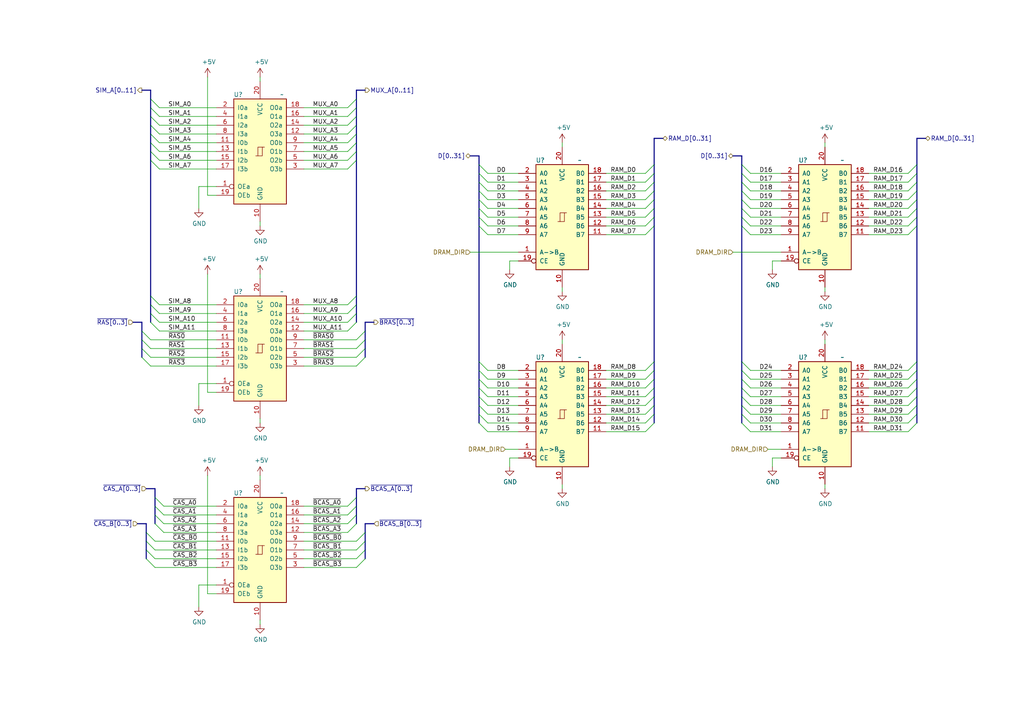
<source format=kicad_sch>
(kicad_sch (version 20211123) (generator eeschema)
  (paper "A4")
  (lib_symbols
    (symbol "74xx:74LS241" (pin_names (offset 1.016))
      (property "Reference" "U" (at -7.62 16.51 0))
      (property "Value" "74LS241" (at -7.62 -16.51 0))
      (symbol "74LS241_1_0"
        (polyline (pts (xy -0.635 -1.27) (xy -0.635 1.27) (xy 0.635 1.27)))
        (polyline (pts (xy -1.27 -1.27) (xy 0.635 -1.27) (xy 0.635 1.27) (xy 1.27 1.27)))
        (pin input inverted (at -12.7 -10.16 0) (length 5.08) (name "OEa") (number "1"))
        (pin power_in line (at 0 -20.32 90) (length 5.08) (name "GND") (number "10"))
        (pin input line (at -12.7 2.54 0) (length 5.08) (name "I0b") (number "11"))
        (pin tri_state line (at 12.7 5.08 180) (length 5.08) (name "O3a") (number "12"))
        (pin input line (at -12.7 0 0) (length 5.08) (name "I1b") (number "13"))
        (pin tri_state line (at 12.7 7.62 180) (length 5.08) (name "O2a") (number "14"))
        (pin input line (at -12.7 -2.54 0) (length 5.08) (name "I2b") (number "15"))
        (pin tri_state line (at 12.7 10.16 180) (length 5.08) (name "O1a") (number "16"))
        (pin input line (at -12.7 -5.08 0) (length 5.08) (name "I3b") (number "17"))
        (pin tri_state line (at 12.7 12.7 180) (length 5.08) (name "O0a") (number "18"))
        (pin input line (at -12.7 -12.7 0) (length 5.08) (name "OEb") (number "19"))
        (pin input line (at -12.7 12.7 0) (length 5.08) (name "I0a") (number "2"))
        (pin power_in line (at 0 20.32 270) (length 5.08) (name "VCC") (number "20"))
        (pin tri_state line (at 12.7 -5.08 180) (length 5.08) (name "O3b") (number "3"))
        (pin input line (at -12.7 10.16 0) (length 5.08) (name "I1a") (number "4"))
        (pin tri_state line (at 12.7 -2.54 180) (length 5.08) (name "O2b") (number "5"))
        (pin input line (at -12.7 7.62 0) (length 5.08) (name "I2a") (number "6"))
        (pin tri_state line (at 12.7 0 180) (length 5.08) (name "O1b") (number "7"))
        (pin input line (at -12.7 5.08 0) (length 5.08) (name "I3a") (number "8"))
        (pin tri_state line (at 12.7 2.54 180) (length 5.08) (name "O0b") (number "9"))
      )
      (symbol "74LS241_1_1"
        (rectangle (start -7.62 15.24) (end 7.62 -15.24) (stroke (width 0.254)) (fill (type background)))
      )
    )
    (symbol "74xx:74LS245" (pin_names (offset 1.016))
      (property "Reference" "U" (at -7.62 16.51 0))
      (property "Value" "74LS245" (at -7.62 -16.51 0))
      (symbol "74LS245_1_0"
        (polyline (pts (xy -0.635 -1.27) (xy -0.635 1.27) (xy 0.635 1.27)))
        (polyline (pts (xy -1.27 -1.27) (xy 0.635 -1.27) (xy 0.635 1.27) (xy 1.27 1.27)))
        (pin input line (at -12.7 -10.16 0) (length 5.08) (name "A->B") (number "1"))
        (pin power_in line (at 0 -20.32 90) (length 5.08) (name "GND") (number "10"))
        (pin tri_state line (at 12.7 -5.08 180) (length 5.08) (name "B7") (number "11"))
        (pin tri_state line (at 12.7 -2.54 180) (length 5.08) (name "B6") (number "12"))
        (pin tri_state line (at 12.7 0 180) (length 5.08) (name "B5") (number "13"))
        (pin tri_state line (at 12.7 2.54 180) (length 5.08) (name "B4") (number "14"))
        (pin tri_state line (at 12.7 5.08 180) (length 5.08) (name "B3") (number "15"))
        (pin tri_state line (at 12.7 7.62 180) (length 5.08) (name "B2") (number "16"))
        (pin tri_state line (at 12.7 10.16 180) (length 5.08) (name "B1") (number "17"))
        (pin tri_state line (at 12.7 12.7 180) (length 5.08) (name "B0") (number "18"))
        (pin input inverted (at -12.7 -12.7 0) (length 5.08) (name "CE") (number "19"))
        (pin tri_state line (at -12.7 12.7 0) (length 5.08) (name "A0") (number "2"))
        (pin power_in line (at 0 20.32 270) (length 5.08) (name "VCC") (number "20"))
        (pin tri_state line (at -12.7 10.16 0) (length 5.08) (name "A1") (number "3"))
        (pin tri_state line (at -12.7 7.62 0) (length 5.08) (name "A2") (number "4"))
        (pin tri_state line (at -12.7 5.08 0) (length 5.08) (name "A3") (number "5"))
        (pin tri_state line (at -12.7 2.54 0) (length 5.08) (name "A4") (number "6"))
        (pin tri_state line (at -12.7 0 0) (length 5.08) (name "A5") (number "7"))
        (pin tri_state line (at -12.7 -2.54 0) (length 5.08) (name "A6") (number "8"))
        (pin tri_state line (at -12.7 -5.08 0) (length 5.08) (name "A7") (number "9"))
      )
      (symbol "74LS245_1_1"
        (rectangle (start -7.62 15.24) (end 7.62 -15.24) (stroke (width 0.254)) (fill (type background)))
      )
    )
    (symbol "power:+5V" (power) (pin_names (offset 0))
      (property "Value" "+5V" (at 0 3.556 0))
      (symbol "+5V_0_1"
        (polyline (pts (xy -0.762 1.27) (xy 0 2.54)))
        (polyline (pts (xy 0 0) (xy 0 2.54)))
        (polyline (pts (xy 0 2.54) (xy 0.762 1.27)))
      )
      (symbol "+5V_1_1"
        (pin power_in line (at 0 0 90) (length 0) hide (name "+5V") (number "1"))
      )
    )
    (symbol "power:GND" (power) (pin_names (offset 0))
      (property "Value" "GND" (at 0 -3.81 0))
      (symbol "GND_0_1"
        (polyline (pts (xy 0 0) (xy 0 -1.27) (xy 1.27 -1.27) (xy 0 -2.54) (xy -1.27 -1.27) (xy 0 -1.27)))
      )
      (symbol "GND_1_1"
        (pin power_in line (at 0 0 270) (length 0) hide (name "GND") (number "1"))
      )
    )
  )
  (bus_entry (at 138.938 112.522) (size 2.54 2.54))
  (bus_entry (at 189.738 57.912) (size -2.54 2.54))
  (bus_entry (at 265.938 55.372) (size -2.54 2.54))
  (bus_entry (at 215.138 122.682) (size 2.54 2.54))
  (bus_entry (at 103.378 31.242) (size -2.54 2.54))
  (bus_entry (at 41.148 96.012) (size 2.54 2.54))
  (bus_entry (at 103.378 41.402) (size -2.54 2.54))
  (bus_entry (at 103.378 149.352) (size -2.54 2.54))
  (bus_entry (at 189.738 62.992) (size -2.54 2.54))
  (bus_entry (at 215.138 107.442) (size 2.54 2.54))
  (bus_entry (at 105.918 98.552) (size -2.54 2.54))
  (bus_entry (at 215.138 104.902) (size 2.54 2.54))
  (bus_entry (at 105.918 96.012) (size -2.54 2.54))
  (bus_entry (at 265.938 115.062) (size -2.54 2.54))
  (bus_entry (at 43.688 90.932) (size 2.54 2.54))
  (bus_entry (at 265.938 47.752) (size -2.54 2.54))
  (bus_entry (at 215.138 57.912) (size 2.54 2.54))
  (bus_entry (at 265.938 52.832) (size -2.54 2.54))
  (bus_entry (at 189.738 117.602) (size -2.54 2.54))
  (bus_entry (at 103.378 88.392) (size -2.54 2.54))
  (bus_entry (at 138.938 50.292) (size 2.54 2.54))
  (bus_entry (at 103.378 46.482) (size -2.54 2.54))
  (bus_entry (at 105.918 156.972) (size -2.54 2.54))
  (bus_entry (at 138.938 60.452) (size 2.54 2.54))
  (bus_entry (at 43.688 88.392) (size 2.54 2.54))
  (bus_entry (at 215.138 47.752) (size 2.54 2.54))
  (bus_entry (at 189.738 50.292) (size -2.54 2.54))
  (bus_entry (at 215.138 65.532) (size 2.54 2.54))
  (bus_entry (at 44.958 149.352) (size 2.54 2.54))
  (bus_entry (at 189.738 47.752) (size -2.54 2.54))
  (bus_entry (at 103.378 93.472) (size -2.54 2.54))
  (bus_entry (at 105.918 159.512) (size -2.54 2.54))
  (bus_entry (at 44.958 146.812) (size 2.54 2.54))
  (bus_entry (at 103.378 33.782) (size -2.54 2.54))
  (bus_entry (at 43.688 38.862) (size 2.54 2.54))
  (bus_entry (at 265.938 60.452) (size -2.54 2.54))
  (bus_entry (at 138.938 47.752) (size 2.54 2.54))
  (bus_entry (at 138.938 107.442) (size 2.54 2.54))
  (bus_entry (at 43.688 85.852) (size 2.54 2.54))
  (bus_entry (at 105.918 154.432) (size -2.54 2.54))
  (bus_entry (at 138.938 62.992) (size 2.54 2.54))
  (bus_entry (at 138.938 120.142) (size 2.54 2.54))
  (bus_entry (at 189.738 120.142) (size -2.54 2.54))
  (bus_entry (at 265.938 65.532) (size -2.54 2.54))
  (bus_entry (at 215.138 117.602) (size 2.54 2.54))
  (bus_entry (at 41.148 103.632) (size 2.54 2.54))
  (bus_entry (at 189.738 55.372) (size -2.54 2.54))
  (bus_entry (at 103.378 146.812) (size -2.54 2.54))
  (bus_entry (at 138.938 65.532) (size 2.54 2.54))
  (bus_entry (at 138.938 55.372) (size 2.54 2.54))
  (bus_entry (at 43.688 28.702) (size 2.54 2.54))
  (bus_entry (at 42.418 156.972) (size 2.54 2.54))
  (bus_entry (at 42.418 154.432) (size 2.54 2.54))
  (bus_entry (at 215.138 50.292) (size 2.54 2.54))
  (bus_entry (at 103.378 151.892) (size -2.54 2.54))
  (bus_entry (at 43.688 93.472) (size 2.54 2.54))
  (bus_entry (at 138.938 104.902) (size 2.54 2.54))
  (bus_entry (at 189.738 109.982) (size -2.54 2.54))
  (bus_entry (at 44.958 151.892) (size 2.54 2.54))
  (bus_entry (at 43.688 46.482) (size 2.54 2.54))
  (bus_entry (at 103.378 90.932) (size -2.54 2.54))
  (bus_entry (at 265.938 62.992) (size -2.54 2.54))
  (bus_entry (at 138.938 109.982) (size 2.54 2.54))
  (bus_entry (at 265.938 112.522) (size -2.54 2.54))
  (bus_entry (at 189.738 60.452) (size -2.54 2.54))
  (bus_entry (at 189.738 65.532) (size -2.54 2.54))
  (bus_entry (at 103.378 28.702) (size -2.54 2.54))
  (bus_entry (at 103.378 38.862) (size -2.54 2.54))
  (bus_entry (at 265.938 104.902) (size -2.54 2.54))
  (bus_entry (at 43.688 33.782) (size 2.54 2.54))
  (bus_entry (at 105.918 162.052) (size -2.54 2.54))
  (bus_entry (at 215.138 112.522) (size 2.54 2.54))
  (bus_entry (at 265.938 122.682) (size -2.54 2.54))
  (bus_entry (at 138.938 52.832) (size 2.54 2.54))
  (bus_entry (at 265.938 50.292) (size -2.54 2.54))
  (bus_entry (at 43.688 31.242) (size 2.54 2.54))
  (bus_entry (at 189.738 52.832) (size -2.54 2.54))
  (bus_entry (at 41.148 101.092) (size 2.54 2.54))
  (bus_entry (at 42.418 159.512) (size 2.54 2.54))
  (bus_entry (at 189.738 107.442) (size -2.54 2.54))
  (bus_entry (at 215.138 55.372) (size 2.54 2.54))
  (bus_entry (at 43.688 36.322) (size 2.54 2.54))
  (bus_entry (at 103.378 144.272) (size -2.54 2.54))
  (bus_entry (at 215.138 60.452) (size 2.54 2.54))
  (bus_entry (at 42.418 162.052) (size 2.54 2.54))
  (bus_entry (at 265.938 120.142) (size -2.54 2.54))
  (bus_entry (at 105.918 101.092) (size -2.54 2.54))
  (bus_entry (at 265.938 117.602) (size -2.54 2.54))
  (bus_entry (at 105.918 103.632) (size -2.54 2.54))
  (bus_entry (at 215.138 109.982) (size 2.54 2.54))
  (bus_entry (at 189.738 115.062) (size -2.54 2.54))
  (bus_entry (at 43.688 43.942) (size 2.54 2.54))
  (bus_entry (at 265.938 107.442) (size -2.54 2.54))
  (bus_entry (at 189.738 112.522) (size -2.54 2.54))
  (bus_entry (at 215.138 52.832) (size 2.54 2.54))
  (bus_entry (at 103.378 36.322) (size -2.54 2.54))
  (bus_entry (at 103.378 85.852) (size -2.54 2.54))
  (bus_entry (at 138.938 117.602) (size 2.54 2.54))
  (bus_entry (at 215.138 120.142) (size 2.54 2.54))
  (bus_entry (at 44.958 144.272) (size 2.54 2.54))
  (bus_entry (at 138.938 115.062) (size 2.54 2.54))
  (bus_entry (at 41.148 98.552) (size 2.54 2.54))
  (bus_entry (at 43.688 41.402) (size 2.54 2.54))
  (bus_entry (at 265.938 57.912) (size -2.54 2.54))
  (bus_entry (at 215.138 62.992) (size 2.54 2.54))
  (bus_entry (at 138.938 122.682) (size 2.54 2.54))
  (bus_entry (at 215.138 115.062) (size 2.54 2.54))
  (bus_entry (at 138.938 57.912) (size 2.54 2.54))
  (bus_entry (at 189.738 122.682) (size -2.54 2.54))
  (bus_entry (at 189.738 104.902) (size -2.54 2.54))
  (bus_entry (at 103.378 43.942) (size -2.54 2.54))
  (bus_entry (at 265.938 109.982) (size -2.54 2.54))
  (bus (pts (xy 138.938 52.832) (xy 138.938 55.372)))
  (bus (pts (xy 189.738 47.752) (xy 189.738 50.292)))
  (wire (pts (xy 150.368 55.372) (xy 141.478 55.372)))
  (bus (pts (xy 189.738 120.142) (xy 189.738 122.682)))
  (bus (pts (xy 43.688 38.862) (xy 43.688 41.402)))
  (bus (pts (xy 265.938 62.992) (xy 265.938 65.532)))
  (bus (pts (xy 138.938 55.372) (xy 138.938 57.912)))
  (bus (pts (xy 43.688 88.392) (xy 43.688 90.932)))
  (wire (pts (xy 57.658 111.252) (xy 57.658 117.602)))
  (bus (pts (xy 103.378 38.862) (xy 103.378 41.402)))
  (wire (pts (xy 226.568 125.222) (xy 217.678 125.222)))
  (wire (pts (xy 175.768 109.982) (xy 187.198 109.982)))
  (wire (pts (xy 150.368 115.062) (xy 141.478 115.062)))
  (wire (pts (xy 217.678 50.292) (xy 226.568 50.292)))
  (bus (pts (xy 103.378 46.482) (xy 103.378 85.852)))
  (wire (pts (xy 60.198 79.502) (xy 60.198 113.792)))
  (bus (pts (xy 42.418 151.892) (xy 39.878 151.892)))
  (wire (pts (xy 251.968 57.912) (xy 263.398 57.912)))
  (bus (pts (xy 43.688 31.242) (xy 43.688 33.782)))
  (wire (pts (xy 62.738 54.102) (xy 57.658 54.102)))
  (bus (pts (xy 215.138 62.992) (xy 215.138 65.532)))
  (wire (pts (xy 88.138 162.052) (xy 103.378 162.052)))
  (wire (pts (xy 187.198 50.292) (xy 175.768 50.292)))
  (wire (pts (xy 175.768 115.062) (xy 187.198 115.062)))
  (bus (pts (xy 265.938 52.832) (xy 265.938 55.372)))
  (bus (pts (xy 265.938 57.912) (xy 265.938 60.452)))
  (wire (pts (xy 226.568 117.602) (xy 217.678 117.602)))
  (wire (pts (xy 62.738 106.172) (xy 43.688 106.172)))
  (wire (pts (xy 226.568 52.832) (xy 217.678 52.832)))
  (bus (pts (xy 138.938 50.292) (xy 138.938 52.832)))
  (wire (pts (xy 226.568 68.072) (xy 217.678 68.072)))
  (bus (pts (xy 215.138 45.212) (xy 215.138 47.752)))
  (wire (pts (xy 217.678 107.442) (xy 226.568 107.442)))
  (wire (pts (xy 75.438 79.502) (xy 75.438 80.772)))
  (bus (pts (xy 138.938 62.992) (xy 138.938 65.532)))
  (bus (pts (xy 42.418 151.892) (xy 42.418 154.432)))
  (bus (pts (xy 42.418 154.432) (xy 42.418 156.972)))
  (wire (pts (xy 88.138 159.512) (xy 103.378 159.512)))
  (bus (pts (xy 265.938 104.902) (xy 265.938 107.442)))
  (bus (pts (xy 189.738 40.132) (xy 192.278 40.132)))
  (wire (pts (xy 251.968 60.452) (xy 263.398 60.452)))
  (bus (pts (xy 265.938 65.532) (xy 265.938 104.902)))
  (wire (pts (xy 224.028 132.842) (xy 226.568 132.842)))
  (wire (pts (xy 44.958 162.052) (xy 62.738 162.052)))
  (wire (pts (xy 251.968 65.532) (xy 263.398 65.532)))
  (bus (pts (xy 265.938 50.292) (xy 265.938 52.832)))
  (wire (pts (xy 175.768 68.072) (xy 187.198 68.072)))
  (wire (pts (xy 251.968 68.072) (xy 263.398 68.072)))
  (wire (pts (xy 175.768 117.602) (xy 187.198 117.602)))
  (bus (pts (xy 105.918 96.012) (xy 105.918 98.552)))
  (wire (pts (xy 75.438 121.412) (xy 75.438 122.682)))
  (wire (pts (xy 175.768 120.142) (xy 187.198 120.142)))
  (wire (pts (xy 47.498 146.812) (xy 62.738 146.812)))
  (wire (pts (xy 239.268 83.312) (xy 239.268 84.582)))
  (bus (pts (xy 215.138 65.532) (xy 215.138 104.902)))
  (bus (pts (xy 42.418 159.512) (xy 42.418 162.052)))
  (bus (pts (xy 41.148 98.552) (xy 41.148 101.092)))
  (wire (pts (xy 62.738 38.862) (xy 46.228 38.862)))
  (bus (pts (xy 43.688 33.782) (xy 43.688 36.322)))
  (wire (pts (xy 62.738 43.942) (xy 46.228 43.942)))
  (wire (pts (xy 226.568 130.302) (xy 222.758 130.302)))
  (wire (pts (xy 251.968 122.682) (xy 263.398 122.682)))
  (bus (pts (xy 189.738 52.832) (xy 189.738 55.372)))
  (wire (pts (xy 44.958 156.972) (xy 62.738 156.972)))
  (bus (pts (xy 43.688 41.402) (xy 43.688 43.942)))
  (bus (pts (xy 138.938 60.452) (xy 138.938 62.992)))
  (wire (pts (xy 88.138 154.432) (xy 100.838 154.432)))
  (bus (pts (xy 43.688 36.322) (xy 43.688 38.862)))
  (wire (pts (xy 88.138 31.242) (xy 100.838 31.242)))
  (wire (pts (xy 141.478 50.292) (xy 150.368 50.292)))
  (wire (pts (xy 150.368 65.532) (xy 141.478 65.532)))
  (wire (pts (xy 239.268 140.462) (xy 239.268 141.732)))
  (wire (pts (xy 62.738 113.792) (xy 60.198 113.792)))
  (bus (pts (xy 138.938 112.522) (xy 138.938 115.062)))
  (wire (pts (xy 62.738 36.322) (xy 46.228 36.322)))
  (bus (pts (xy 265.938 40.132) (xy 268.478 40.132)))
  (wire (pts (xy 75.438 137.922) (xy 75.438 139.192)))
  (bus (pts (xy 103.378 26.162) (xy 105.918 26.162)))
  (bus (pts (xy 189.738 62.992) (xy 189.738 65.532)))
  (bus (pts (xy 265.938 120.142) (xy 265.938 122.682)))
  (bus (pts (xy 103.378 26.162) (xy 103.378 28.702)))
  (wire (pts (xy 251.968 117.602) (xy 263.398 117.602)))
  (bus (pts (xy 44.958 146.812) (xy 44.958 149.352)))
  (bus (pts (xy 105.918 159.512) (xy 105.918 162.052)))
  (wire (pts (xy 251.968 52.832) (xy 263.398 52.832)))
  (bus (pts (xy 103.378 31.242) (xy 103.378 33.782)))
  (wire (pts (xy 226.568 115.062) (xy 217.678 115.062)))
  (wire (pts (xy 88.138 149.352) (xy 100.838 149.352)))
  (wire (pts (xy 175.768 125.222) (xy 187.198 125.222)))
  (bus (pts (xy 215.138 109.982) (xy 215.138 112.522)))
  (bus (pts (xy 41.148 101.092) (xy 41.148 103.632)))
  (bus (pts (xy 215.138 117.602) (xy 215.138 120.142)))
  (bus (pts (xy 103.378 88.392) (xy 103.378 90.932)))
  (wire (pts (xy 226.568 109.982) (xy 217.678 109.982)))
  (bus (pts (xy 189.738 57.912) (xy 189.738 60.452)))
  (bus (pts (xy 105.918 93.472) (xy 108.458 93.472)))
  (bus (pts (xy 138.938 47.752) (xy 138.938 50.292)))
  (wire (pts (xy 62.738 33.782) (xy 46.228 33.782)))
  (wire (pts (xy 226.568 57.912) (xy 217.678 57.912)))
  (bus (pts (xy 105.918 151.892) (xy 105.918 154.432)))
  (wire (pts (xy 263.398 107.442) (xy 251.968 107.442)))
  (wire (pts (xy 88.138 46.482) (xy 100.838 46.482)))
  (wire (pts (xy 62.738 49.022) (xy 46.228 49.022)))
  (bus (pts (xy 43.688 85.852) (xy 43.688 88.392)))
  (wire (pts (xy 226.568 55.372) (xy 217.678 55.372)))
  (wire (pts (xy 239.268 41.402) (xy 239.268 42.672)))
  (bus (pts (xy 189.738 112.522) (xy 189.738 115.062)))
  (bus (pts (xy 138.938 109.982) (xy 138.938 112.522)))
  (wire (pts (xy 175.768 52.832) (xy 187.198 52.832)))
  (wire (pts (xy 224.028 135.382) (xy 224.028 132.842)))
  (bus (pts (xy 189.738 109.982) (xy 189.738 112.522)))
  (bus (pts (xy 138.938 117.602) (xy 138.938 120.142)))
  (wire (pts (xy 187.198 107.442) (xy 175.768 107.442)))
  (bus (pts (xy 138.938 104.902) (xy 138.938 107.442)))
  (wire (pts (xy 88.138 98.552) (xy 103.378 98.552)))
  (wire (pts (xy 224.028 75.692) (xy 226.568 75.692)))
  (bus (pts (xy 215.138 50.292) (xy 215.138 52.832)))
  (wire (pts (xy 226.568 62.992) (xy 217.678 62.992)))
  (wire (pts (xy 226.568 112.522) (xy 217.678 112.522)))
  (bus (pts (xy 215.138 60.452) (xy 215.138 62.992)))
  (wire (pts (xy 141.478 107.442) (xy 150.368 107.442)))
  (wire (pts (xy 175.768 122.682) (xy 187.198 122.682)))
  (bus (pts (xy 215.138 107.442) (xy 215.138 109.982)))
  (bus (pts (xy 265.938 112.522) (xy 265.938 115.062)))
  (wire (pts (xy 175.768 55.372) (xy 187.198 55.372)))
  (bus (pts (xy 43.688 26.162) (xy 41.148 26.162)))
  (wire (pts (xy 62.738 169.672) (xy 57.658 169.672)))
  (bus (pts (xy 103.378 33.782) (xy 103.378 36.322)))
  (wire (pts (xy 62.738 98.552) (xy 43.688 98.552)))
  (bus (pts (xy 138.938 45.212) (xy 138.938 47.752)))
  (wire (pts (xy 175.768 62.992) (xy 187.198 62.992)))
  (wire (pts (xy 175.768 65.532) (xy 187.198 65.532)))
  (wire (pts (xy 75.438 64.262) (xy 75.438 65.532)))
  (bus (pts (xy 103.378 149.352) (xy 103.378 151.892)))
  (wire (pts (xy 75.438 179.832) (xy 75.438 181.102)))
  (bus (pts (xy 43.688 43.942) (xy 43.688 46.482)))
  (bus (pts (xy 103.378 43.942) (xy 103.378 46.482)))
  (wire (pts (xy 44.958 159.512) (xy 62.738 159.512)))
  (bus (pts (xy 42.418 156.972) (xy 42.418 159.512)))
  (wire (pts (xy 251.968 109.982) (xy 263.398 109.982)))
  (bus (pts (xy 215.138 57.912) (xy 215.138 60.452)))
  (wire (pts (xy 62.738 111.252) (xy 57.658 111.252)))
  (wire (pts (xy 251.968 120.142) (xy 263.398 120.142)))
  (bus (pts (xy 43.688 46.482) (xy 43.688 85.852)))
  (wire (pts (xy 150.368 112.522) (xy 141.478 112.522)))
  (bus (pts (xy 103.378 36.322) (xy 103.378 38.862)))
  (wire (pts (xy 147.828 132.842) (xy 150.368 132.842)))
  (bus (pts (xy 103.378 28.702) (xy 103.378 31.242)))
  (wire (pts (xy 147.828 135.382) (xy 147.828 132.842)))
  (wire (pts (xy 150.368 57.912) (xy 141.478 57.912)))
  (wire (pts (xy 88.138 90.932) (xy 100.838 90.932)))
  (wire (pts (xy 88.138 156.972) (xy 103.378 156.972)))
  (wire (pts (xy 251.968 55.372) (xy 263.398 55.372)))
  (wire (pts (xy 44.958 164.592) (xy 62.738 164.592)))
  (wire (pts (xy 163.068 83.312) (xy 163.068 84.582)))
  (wire (pts (xy 62.738 96.012) (xy 46.228 96.012)))
  (bus (pts (xy 138.938 65.532) (xy 138.938 104.902)))
  (wire (pts (xy 57.658 54.102) (xy 57.658 60.452)))
  (bus (pts (xy 215.138 47.752) (xy 215.138 50.292)))
  (bus (pts (xy 43.688 90.932) (xy 43.688 93.472)))
  (wire (pts (xy 60.198 172.212) (xy 62.738 172.212)))
  (bus (pts (xy 103.378 90.932) (xy 103.378 93.472)))
  (bus (pts (xy 103.378 141.732) (xy 105.918 141.732)))
  (wire (pts (xy 175.768 57.912) (xy 187.198 57.912)))
  (bus (pts (xy 215.138 112.522) (xy 215.138 115.062)))
  (wire (pts (xy 88.138 33.782) (xy 100.838 33.782)))
  (bus (pts (xy 265.938 109.982) (xy 265.938 112.522)))
  (bus (pts (xy 44.958 141.732) (xy 42.418 141.732)))
  (wire (pts (xy 226.568 73.152) (xy 212.598 73.152)))
  (bus (pts (xy 189.738 55.372) (xy 189.738 57.912)))
  (wire (pts (xy 88.138 151.892) (xy 100.838 151.892)))
  (wire (pts (xy 88.138 38.862) (xy 100.838 38.862)))
  (bus (pts (xy 265.938 60.452) (xy 265.938 62.992)))
  (wire (pts (xy 163.068 140.462) (xy 163.068 141.732)))
  (wire (pts (xy 251.968 115.062) (xy 263.398 115.062)))
  (bus (pts (xy 105.918 98.552) (xy 105.918 101.092)))
  (bus (pts (xy 189.738 117.602) (xy 189.738 120.142)))
  (wire (pts (xy 150.368 125.222) (xy 141.478 125.222)))
  (bus (pts (xy 265.938 115.062) (xy 265.938 117.602)))
  (wire (pts (xy 88.138 43.942) (xy 100.838 43.942)))
  (wire (pts (xy 62.738 101.092) (xy 43.688 101.092)))
  (bus (pts (xy 103.378 144.272) (xy 103.378 146.812)))
  (wire (pts (xy 62.738 56.642) (xy 60.198 56.642)))
  (wire (pts (xy 88.138 88.392) (xy 100.838 88.392)))
  (wire (pts (xy 150.368 73.152) (xy 136.398 73.152)))
  (wire (pts (xy 88.138 93.472) (xy 100.838 93.472)))
  (wire (pts (xy 62.738 46.482) (xy 46.228 46.482)))
  (bus (pts (xy 215.138 45.212) (xy 212.598 45.212)))
  (bus (pts (xy 189.738 60.452) (xy 189.738 62.992)))
  (wire (pts (xy 62.738 88.392) (xy 46.228 88.392)))
  (bus (pts (xy 105.918 154.432) (xy 105.918 156.972)))
  (wire (pts (xy 88.138 49.022) (xy 100.838 49.022)))
  (bus (pts (xy 138.938 45.212) (xy 136.398 45.212)))
  (wire (pts (xy 263.398 50.292) (xy 251.968 50.292)))
  (bus (pts (xy 105.918 101.092) (xy 105.918 103.632)))
  (wire (pts (xy 88.138 36.322) (xy 100.838 36.322)))
  (bus (pts (xy 215.138 104.902) (xy 215.138 107.442)))
  (bus (pts (xy 215.138 52.832) (xy 215.138 55.372)))
  (wire (pts (xy 62.738 31.242) (xy 46.228 31.242)))
  (bus (pts (xy 189.738 107.442) (xy 189.738 109.982)))
  (bus (pts (xy 138.938 120.142) (xy 138.938 122.682)))
  (bus (pts (xy 215.138 120.142) (xy 215.138 122.682)))
  (bus (pts (xy 189.738 65.532) (xy 189.738 104.902)))
  (bus (pts (xy 41.148 93.472) (xy 41.148 96.012)))
  (wire (pts (xy 163.068 98.552) (xy 163.068 99.822)))
  (wire (pts (xy 150.368 120.142) (xy 141.478 120.142)))
  (bus (pts (xy 105.918 156.972) (xy 105.918 159.512)))
  (wire (pts (xy 60.198 22.352) (xy 60.198 56.642)))
  (bus (pts (xy 103.378 85.852) (xy 103.378 88.392)))
  (wire (pts (xy 226.568 122.682) (xy 217.678 122.682)))
  (wire (pts (xy 226.568 65.532) (xy 217.678 65.532)))
  (wire (pts (xy 226.568 120.142) (xy 217.678 120.142)))
  (bus (pts (xy 215.138 55.372) (xy 215.138 57.912)))
  (wire (pts (xy 150.368 62.992) (xy 141.478 62.992)))
  (wire (pts (xy 251.968 62.992) (xy 263.398 62.992)))
  (wire (pts (xy 47.498 149.352) (xy 62.738 149.352)))
  (wire (pts (xy 88.138 146.812) (xy 100.838 146.812)))
  (wire (pts (xy 239.268 98.552) (xy 239.268 99.822)))
  (wire (pts (xy 147.828 78.232) (xy 147.828 75.692)))
  (bus (pts (xy 138.938 57.912) (xy 138.938 60.452)))
  (wire (pts (xy 175.768 112.522) (xy 187.198 112.522)))
  (bus (pts (xy 189.738 104.902) (xy 189.738 107.442)))
  (wire (pts (xy 75.438 22.352) (xy 75.438 23.622)))
  (wire (pts (xy 150.368 68.072) (xy 141.478 68.072)))
  (wire (pts (xy 175.768 60.452) (xy 187.198 60.452)))
  (bus (pts (xy 41.148 93.472) (xy 38.608 93.472)))
  (wire (pts (xy 150.368 117.602) (xy 141.478 117.602)))
  (bus (pts (xy 41.148 96.012) (xy 41.148 98.552)))
  (bus (pts (xy 189.738 50.292) (xy 189.738 52.832)))
  (bus (pts (xy 265.938 107.442) (xy 265.938 109.982)))
  (wire (pts (xy 150.368 130.302) (xy 146.558 130.302)))
  (wire (pts (xy 88.138 96.012) (xy 100.838 96.012)))
  (bus (pts (xy 138.938 115.062) (xy 138.938 117.602)))
  (bus (pts (xy 43.688 26.162) (xy 43.688 28.702)))
  (bus (pts (xy 44.958 141.732) (xy 44.958 144.272)))
  (wire (pts (xy 147.828 75.692) (xy 150.368 75.692)))
  (wire (pts (xy 88.138 101.092) (xy 103.378 101.092)))
  (bus (pts (xy 189.738 40.132) (xy 189.738 47.752)))
  (wire (pts (xy 62.738 93.472) (xy 46.228 93.472)))
  (wire (pts (xy 224.028 78.232) (xy 224.028 75.692)))
  (wire (pts (xy 251.968 125.222) (xy 263.398 125.222)))
  (bus (pts (xy 265.938 40.132) (xy 265.938 47.752)))
  (wire (pts (xy 62.738 41.402) (xy 46.228 41.402)))
  (wire (pts (xy 47.498 154.432) (xy 62.738 154.432)))
  (wire (pts (xy 150.368 109.982) (xy 141.478 109.982)))
  (bus (pts (xy 105.918 93.472) (xy 105.918 96.012)))
  (wire (pts (xy 47.498 151.892) (xy 62.738 151.892)))
  (bus (pts (xy 43.688 28.702) (xy 43.688 31.242)))
  (wire (pts (xy 88.138 164.592) (xy 103.378 164.592)))
  (bus (pts (xy 44.958 149.352) (xy 44.958 151.892)))
  (bus (pts (xy 105.918 151.892) (xy 108.458 151.892)))
  (wire (pts (xy 88.138 41.402) (xy 100.838 41.402)))
  (wire (pts (xy 60.198 137.922) (xy 60.198 172.212)))
  (bus (pts (xy 265.938 117.602) (xy 265.938 120.142)))
  (bus (pts (xy 103.378 141.732) (xy 103.378 144.272)))
  (wire (pts (xy 150.368 122.682) (xy 141.478 122.682)))
  (wire (pts (xy 163.068 41.402) (xy 163.068 42.672)))
  (bus (pts (xy 189.738 115.062) (xy 189.738 117.602)))
  (bus (pts (xy 265.938 47.752) (xy 265.938 50.292)))
  (bus (pts (xy 103.378 41.402) (xy 103.378 43.942)))
  (wire (pts (xy 57.658 169.672) (xy 57.658 176.022)))
  (wire (pts (xy 88.138 103.632) (xy 103.378 103.632)))
  (wire (pts (xy 150.368 52.832) (xy 141.478 52.832)))
  (wire (pts (xy 226.568 60.452) (xy 217.678 60.452)))
  (wire (pts (xy 251.968 112.522) (xy 263.398 112.522)))
  (bus (pts (xy 215.138 115.062) (xy 215.138 117.602)))
  (bus (pts (xy 265.938 55.372) (xy 265.938 57.912)))
  (bus (pts (xy 44.958 144.272) (xy 44.958 146.812)))
  (bus (pts (xy 103.378 146.812) (xy 103.378 149.352)))
  (bus (pts (xy 138.938 107.442) (xy 138.938 109.982)))
  (wire (pts (xy 62.738 90.932) (xy 46.228 90.932)))
  (wire (pts (xy 88.138 106.172) (xy 103.378 106.172)))
  (wire (pts (xy 62.738 103.632) (xy 43.688 103.632)))
  (wire (pts (xy 150.368 60.452) (xy 141.478 60.452)))
  (label "RAM_D8" (at 177.038 107.442 0))
  (label "~{RAS2}" (at 48.768 103.632 0))
  (label "~{BRAS2}" (at 90.678 103.632 0))
  (label "SIM_A0" (at 48.768 31.242 0))
  (label "D24" (at 220.218 107.442 0))
  (label "RAM_D3" (at 177.038 57.912 0))
  (label "D21" (at 220.218 62.992 0))
  (label "RAM_D31" (at 253.238 125.222 0))
  (label "D15" (at 144.018 125.222 0))
  (label "MUX_A3" (at 90.678 38.862 0))
  (label "~{BCAS_A2}" (at 90.678 151.892 0))
  (label "RAM_D10" (at 177.038 112.522 0))
  (label "~{BCAS_B1}" (at 90.678 159.512 0))
  (label "RAM_D28" (at 253.238 117.602 0))
  (label "~{CAS_B1}" (at 50.038 159.512 0))
  (label "RAM_D2" (at 177.038 55.372 0))
  (label "RAM_D24" (at 253.238 107.442 0))
  (label "D0" (at 144.018 50.292 0))
  (label "RAM_D9" (at 177.038 109.982 0))
  (label "D16" (at 220.218 50.292 0))
  (label "~{BCAS_B0}" (at 90.678 156.972 0))
  (label "D31" (at 220.218 125.222 0))
  (label "MUX_A4" (at 90.678 41.402 0))
  (label "D5" (at 144.018 62.992 0))
  (label "RAM_D27" (at 253.238 115.062 0))
  (label "D1" (at 144.018 52.832 0))
  (label "SIM_A2" (at 48.768 36.322 0))
  (label "~{RAS0}" (at 48.768 98.552 0))
  (label "RAM_D11" (at 177.038 115.062 0))
  (label "~{CAS_B0}" (at 50.038 156.972 0))
  (label "MUX_A8" (at 90.678 88.392 0))
  (label "D12" (at 144.018 117.602 0))
  (label "MUX_A1" (at 90.678 33.782 0))
  (label "D2" (at 144.018 55.372 0))
  (label "SIM_A8" (at 48.768 88.392 0))
  (label "RAM_D6" (at 177.038 65.532 0))
  (label "RAM_D7" (at 177.038 68.072 0))
  (label "D20" (at 220.218 60.452 0))
  (label "RAM_D18" (at 253.238 55.372 0))
  (label "D6" (at 144.018 65.532 0))
  (label "RAM_D13" (at 177.038 120.142 0))
  (label "~{RAS3}" (at 48.768 106.172 0))
  (label "RAM_D19" (at 253.238 57.912 0))
  (label "~{CAS_A3}" (at 50.038 154.432 0))
  (label "RAM_D26" (at 253.238 112.522 0))
  (label "~{CAS_A1}" (at 50.038 149.352 0))
  (label "MUX_A2" (at 90.678 36.322 0))
  (label "RAM_D0" (at 177.038 50.292 0))
  (label "D25" (at 220.218 109.982 0))
  (label "SIM_A10" (at 48.768 93.472 0))
  (label "RAM_D17" (at 253.238 52.832 0))
  (label "D14" (at 144.018 122.682 0))
  (label "RAM_D29" (at 253.238 120.142 0))
  (label "RAM_D25" (at 253.238 109.982 0))
  (label "SIM_A4" (at 48.768 41.402 0))
  (label "RAM_D21" (at 253.238 62.992 0))
  (label "~{BCAS_B2}" (at 90.678 162.052 0))
  (label "RAM_D4" (at 177.038 60.452 0))
  (label "MUX_A9" (at 90.678 90.932 0))
  (label "SIM_A1" (at 48.768 33.782 0))
  (label "D23" (at 220.218 68.072 0))
  (label "~{BCAS_B3}" (at 90.678 164.592 0))
  (label "RAM_D23" (at 253.238 68.072 0))
  (label "D4" (at 144.018 60.452 0))
  (label "~{BRAS0}" (at 90.678 98.552 0))
  (label "~{BRAS1}" (at 90.678 101.092 0))
  (label "~{BCAS_A0}" (at 90.678 146.812 0))
  (label "~{CAS_A0}" (at 50.038 146.812 0))
  (label "RAM_D30" (at 253.238 122.682 0))
  (label "RAM_D20" (at 253.238 60.452 0))
  (label "SIM_A9" (at 48.768 90.932 0))
  (label "MUX_A10" (at 90.678 93.472 0))
  (label "RAM_D22" (at 253.238 65.532 0))
  (label "D9" (at 144.018 109.982 0))
  (label "SIM_A5" (at 48.768 43.942 0))
  (label "D7" (at 144.018 68.072 0))
  (label "MUX_A11" (at 90.678 96.012 0))
  (label "SIM_A7" (at 48.768 49.022 0))
  (label "D30" (at 220.218 122.682 0))
  (label "MUX_A6" (at 90.678 46.482 0))
  (label "D26" (at 220.218 112.522 0))
  (label "D3" (at 144.018 57.912 0))
  (label "~{CAS_B2}" (at 50.038 162.052 0))
  (label "MUX_A7" (at 90.678 49.022 0))
  (label "RAM_D1" (at 177.038 52.832 0))
  (label "SIM_A11" (at 48.768 96.012 0))
  (label "RAM_D5" (at 177.038 62.992 0))
  (label "SIM_A6" (at 48.768 46.482 0))
  (label "D11" (at 144.018 115.062 0))
  (label "~{BCAS_A3}" (at 90.678 154.432 0))
  (label "~{BCAS_A1}" (at 90.678 149.352 0))
  (label "RAM_D14" (at 177.038 122.682 0))
  (label "RAM_D16" (at 253.238 50.292 0))
  (label "~{BRAS3}" (at 90.678 106.172 0))
  (label "RAM_D15" (at 177.038 125.222 0))
  (label "MUX_A0" (at 90.678 31.242 0))
  (label "~{RAS1}" (at 48.768 101.092 0))
  (label "SIM_A3" (at 48.768 38.862 0))
  (label "D8" (at 144.018 107.442 0))
  (label "D28" (at 220.218 117.602 0))
  (label "D13" (at 144.018 120.142 0))
  (label "D17" (at 220.218 52.832 0))
  (label "D29" (at 220.218 120.142 0))
  (label "D22" (at 220.218 65.532 0))
  (label "D27" (at 220.218 115.062 0))
  (label "~{CAS_B3}" (at 50.038 164.592 0))
  (label "D18" (at 220.218 55.372 0))
  (label "D19" (at 220.218 57.912 0))
  (label "D10" (at 144.018 112.522 0))
  (label "RAM_D12" (at 177.038 117.602 0))
  (label "MUX_A5" (at 90.678 43.942 0))
  (label "~{CAS_A2}" (at 50.038 151.892 0))
  (hierarchical_label "D[0..31]" (shape bidirectional) (at 136.398 45.212 180))
  (hierarchical_label "~{BCAS_B[0..3]}" (shape input) (at 108.458 151.892 0))
  (hierarchical_label "~{BRAS[0..3]}" (shape output) (at 108.458 93.472 0))
  (hierarchical_label "~{RAS[0..3]}" (shape input) (at 38.608 93.472 180))
  (hierarchical_label "MUX_A[0..11]" (shape output) (at 105.918 26.162 0))
  (hierarchical_label "~{CAS_A[0..3]}" (shape input) (at 42.418 141.732 180))
  (hierarchical_label "DRAM_DIR" (shape input) (at 222.758 130.302 180))
  (hierarchical_label "DRAM_DIR" (shape input) (at 212.598 73.152 180))
  (hierarchical_label "~{BCAS_A[0..3]}" (shape output) (at 105.918 141.732 0))
  (hierarchical_label "RAM_D[0..31]" (shape bidirectional) (at 192.278 40.132 0))
  (hierarchical_label "DRAM_DIR" (shape input) (at 136.398 73.152 180))
  (hierarchical_label "~{CAS_B[0..3]}" (shape input) (at 39.878 151.892 180))
  (hierarchical_label "DRAM_DIR" (shape input) (at 146.558 130.302 180))
  (hierarchical_label "SIM_A[0..11]" (shape output) (at 41.148 26.162 180))
  (hierarchical_label "D[0..31]" (shape bidirectional) (at 212.598 45.212 180))
  (hierarchical_label "RAM_D[0..31]" (shape bidirectional) (at 268.478 40.132 0))
  (symbol (lib_id "power:GND") (at 239.268 141.732 0) (unit 1)
    (property "Reference" "#PWR?" (effects hide))
    (property "Value" "GND" (at 239.395 146.1262 0))
  )
  (symbol (lib_id "power:+5V") (at 239.268 41.402 0) (unit 1)
    (property "Reference" "#PWR?" (effects hide))
    (property "Value" "+5V" (at 239.649 37.0078 0))
  )
  (symbol (lib_id "power:+5V") (at 60.198 137.922 0) (unit 1)
    (property "Reference" "#PWR?" (effects hide))
    (property "Value" "+5V" (at 60.579 133.5278 0))
  )
  (symbol (lib_id "74xx:74LS245") (at 239.268 120.142 0) (unit 1)
    (property "Reference" "U?" (at 232.918 103.632 0))
    (property "Value" "~" (at 244.348 103.632 0))
    (property "Datasheet" "http://www.ti.com/lit/gpn/sn74LS245" (effects hide))
  )
  (symbol (lib_id "power:GND") (at 224.028 78.232 0) (unit 1)
    (property "Reference" "#PWR?" (effects hide))
    (property "Value" "GND" (at 224.155 82.6262 0))
  )
  (symbol (lib_id "74xx:74LS245") (at 163.068 120.142 0) (unit 1)
    (property "Reference" "U?" (at 156.718 103.632 0))
    (property "Value" "~" (at 168.148 103.632 0))
    (property "Datasheet" "http://www.ti.com/lit/gpn/sn74LS245" (effects hide))
  )
  (symbol (lib_id "power:GND") (at 163.068 84.582 0) (unit 1)
    (property "Reference" "#PWR?" (effects hide))
    (property "Value" "GND" (at 163.195 88.9762 0))
  )
  (symbol (lib_id "power:+5V") (at 60.198 79.502 0) (unit 1)
    (property "Reference" "#PWR?" (effects hide))
    (property "Value" "+5V" (at 60.579 75.1078 0))
  )
  (symbol (lib_id "power:GND") (at 147.828 78.232 0) (unit 1)
    (property "Reference" "#PWR?" (effects hide))
    (property "Value" "GND" (at 147.955 82.6262 0))
  )
  (symbol (lib_id "power:GND") (at 163.068 141.732 0) (unit 1)
    (property "Reference" "#PWR?" (effects hide))
    (property "Value" "GND" (at 163.195 146.1262 0))
  )
  (symbol (lib_id "74xx:74LS241") (at 75.438 101.092 0) (unit 1)
    (property "Reference" "U?" (at 69.088 84.582 0))
    (property "Value" "~" (at 81.788 84.582 0))
    (property "Datasheet" "http://www.ti.com/lit/ds/symlink/sn74ls241.pdf" (effects hide))
  )
  (symbol (lib_id "power:GND") (at 57.658 176.022 0) (unit 1)
    (property "Reference" "#PWR?" (effects hide))
    (property "Value" "GND" (at 57.785 180.4162 0))
  )
  (symbol (lib_id "power:GND") (at 239.268 84.582 0) (unit 1)
    (property "Reference" "#PWR?" (effects hide))
    (property "Value" "GND" (at 239.395 88.9762 0))
  )
  (symbol (lib_id "power:GND") (at 75.438 65.532 0) (unit 1)
    (property "Reference" "#PWR?" (effects hide))
    (property "Value" "GND" (at 75.565 69.9262 0))
  )
  (symbol (lib_id "power:+5V") (at 75.438 137.922 0) (unit 1)
    (property "Reference" "#PWR?" (effects hide))
    (property "Value" "+5V" (at 75.819 133.5278 0))
  )
  (symbol (lib_id "power:+5V") (at 60.198 22.352 0) (unit 1)
    (property "Reference" "#PWR?" (effects hide))
    (property "Value" "+5V" (at 60.579 17.9578 0))
  )
  (symbol (lib_id "power:GND") (at 147.828 135.382 0) (unit 1)
    (property "Reference" "#PWR?" (effects hide))
    (property "Value" "GND" (at 147.955 139.7762 0))
  )
  (symbol (lib_id "power:+5V") (at 239.268 98.552 0) (unit 1)
    (property "Reference" "#PWR?" (effects hide))
    (property "Value" "+5V" (at 239.649 94.1578 0))
  )
  (symbol (lib_id "74xx:74LS241") (at 75.438 159.512 0) (unit 1)
    (property "Reference" "U?" (at 69.088 143.002 0))
    (property "Value" "~" (at 81.788 143.002 0))
    (property "Datasheet" "http://www.ti.com/lit/ds/symlink/sn74ls241.pdf" (effects hide))
  )
  (symbol (lib_id "power:GND") (at 75.438 122.682 0) (unit 1)
    (property "Reference" "#PWR?" (effects hide))
    (property "Value" "GND" (at 75.565 127.0762 0))
  )
  (symbol (lib_id "power:+5V") (at 75.438 79.502 0) (unit 1)
    (property "Reference" "#PWR?" (effects hide))
    (property "Value" "+5V" (at 75.819 75.1078 0))
  )
  (symbol (lib_id "power:+5V") (at 163.068 98.552 0) (unit 1)
    (property "Reference" "#PWR?" (effects hide))
    (property "Value" "+5V" (at 163.449 94.1578 0))
  )
  (symbol (lib_id "power:+5V") (at 75.438 22.352 0) (unit 1)
    (property "Reference" "#PWR?" (effects hide))
    (property "Value" "+5V" (at 75.819 17.9578 0))
  )
  (symbol (lib_id "power:GND") (at 75.438 181.102 0) (unit 1)
    (property "Reference" "#PWR?" (effects hide))
    (property "Value" "GND" (at 75.565 185.4962 0))
  )
  (symbol (lib_id "74xx:74LS245") (at 239.268 62.992 0) (unit 1)
    (property "Reference" "U?" (at 232.918 46.482 0))
    (property "Value" "~" (at 244.348 46.482 0))
    (property "Datasheet" "http://www.ti.com/lit/gpn/sn74LS245" (effects hide))
  )
  (symbol (lib_id "power:GND") (at 57.658 60.452 0) (unit 1)
    (property "Reference" "#PWR?" (effects hide))
    (property "Value" "GND" (at 57.785 64.8462 0))
  )
  (symbol (lib_id "power:+5V") (at 163.068 41.402 0) (unit 1)
    (property "Reference" "#PWR?" (effects hide))
    (property "Value" "+5V" (at 163.449 37.0078 0))
  )
  (symbol (lib_id "power:GND") (at 224.028 135.382 0) (unit 1)
    (property "Reference" "#PWR?" (effects hide))
    (property "Value" "GND" (at 224.155 139.7762 0))
  )
  (symbol (lib_id "74xx:74LS245") (at 163.068 62.992 0) (unit 1)
    (property "Reference" "U?" (at 156.718 46.482 0))
    (property "Value" "~" (at 168.148 46.482 0))
    (property "Datasheet" "http://www.ti.com/lit/gpn/sn74LS245" (effects hide))
  )
  (symbol (lib_id "74xx:74LS241") (at 75.438 43.942 0) (unit 1)
    (property "Reference" "U?" (at 69.088 27.432 0))
    (property "Value" "~" (at 81.788 27.432 0))
    (property "Datasheet" "http://www.ti.com/lit/ds/symlink/sn74ls241.pdf" (effects hide))
  )
  (symbol (lib_id "power:GND") (at 57.658 117.602 0) (unit 1)
    (property "Reference" "#PWR?" (effects hide))
    (property "Value" "GND" (at 57.785 121.9962 0))
  )
)
</source>
